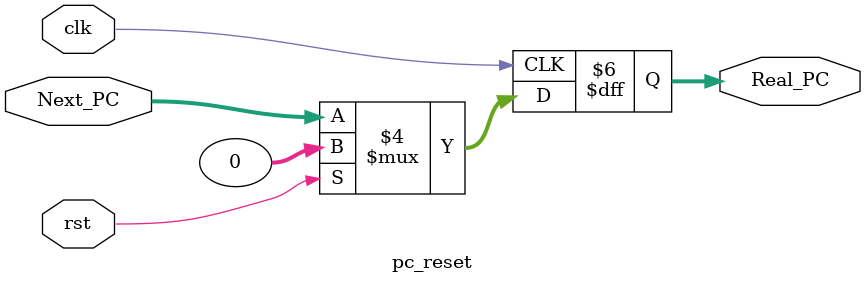
<source format=v>
`timescale 1ns / 1ps


module pc_reset(
    input clk,
    input rst,
    input [31:0] Next_PC,
    output reg [31:0] Real_PC
    );
    always @(posedge clk)
        begin
            if(rst==1)
                Real_PC <= 0;
            else
                Real_PC <= Next_PC;
        end
endmodule

</source>
